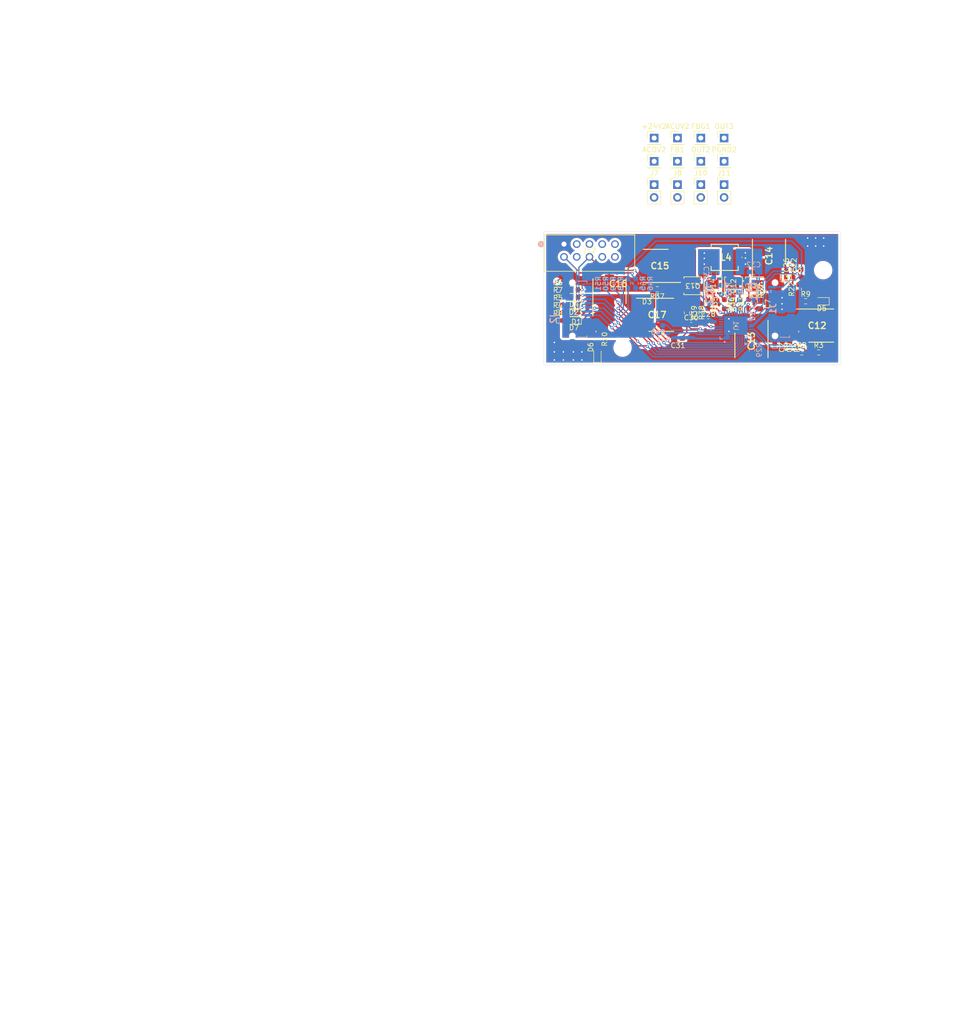
<source format=kicad_pcb>
(kicad_pcb (version 20241229) (generator "pcbnew") (generator_version "9.0")
  (layers (0 "F.Cu" signal) (2 "B.Cu" signal) (13 "F.Paste" user) (15 "B.Paste" user) (5 "F.SilkS" user "F.Silkscreen") (7 "B.SilkS" user "B.Silkscreen") (1 "F.Mask" user) (3 "B.Mask" user) (25 "Edge.Cuts" user))
  (net 0 "")
  (net 1 "+24V")
  (net 2 "/ACOV")
  (net 3 "/ACUV")
  (net 4 "/Converter/BUCK_IN")
  (net 5 "PGND")
  (net 6 "/ACN")
  (net 7 "/ACP")
  (net 8 "Net-(U1-REGN)")
  (net 9 "/DRV_SUP")
  (net 10 "/Converter/BOOST_OUT")
  (net 11 "/Converter/BUCK_HIGH")
  (net 12 "/SRP")
  (net 13 "OUT")
  (net 14 "/SRN")
  (net 15 "/BTST1")
  (net 16 "/SW1")
  (net 17 "/BTST2")
  (net 18 "/SW2")
  (net 19 "Net-(D1-A)")
  (net 20 "/STAT1")
  (net 21 "/STAT2")
  (net 22 "Net-(D2-A)")
  (net 23 "/*PG")
  (net 24 "Net-(D3-A)")
  (net 25 "Net-(D4-A)")
  (net 26 "/*CE")
  (net 27 "Net-(D5-A)")
  (net 28 "Net-(D6-A)")
  (net 29 "/*INT")
  (net 30 "Net-(D7-A)")
  (net 31 "Net-(D11-A)")
  (net 32 "/FB")
  (net 33 "/FBG")
  (net 34 "+3V3")
  (net 35 "/SCL")
  (net 36 "/SDA")
  (net 37 "/HIDRV1")
  (net 38 "/HIDRV2")
  (net 39 "/LODRV1")
  (net 40 "/LODRV2")
  (net 45 "REGN")
  (net 46 "/Converter/BUCK_LOW")
  (net 47 "/Converter/BOOST_HIGH")
  (net 48 "/Converter/BOOST_LOW")
  (net 50 "Net-(U1-FSW_SYNC)")
  (footprint "Resistor_SMD:R_0603_1608Metric_Pad0.98x0.95mm_HandSolder" (layer "F.Cu") (at 73.9625 86.2)
    (property "Reference" "R31")
    (property "Value" "10")
  )
  (footprint "Components:CAPAE660X550N" (layer "F.Cu") (at 70.5 80.45 90)
    (property "Reference" "C14")
    (property "Value" "56uF" (hide yes))
  )
  (footprint "Capacitor_SMD:C_0603_1608Metric_Pad1.08x0.95mm_HandSolder" (layer "F.Cu") (at 71.65 98.7375 -90)
    (property "Reference" "C2")
    (property "Value" "1uF")
  )
  (footprint "Components:MOSFET_3DN-T1-GE3_VIS" (layer "F.Cu") (at 67.635001 86.425021)
    (property "Reference" "Q11")
    (property "Value" "NMOS")
  )
  (footprint "Resistor_SMD:R_0603_1608Metric_Pad0.98x0.95mm_HandSolder" (layer "F.Cu") (at 80.4 99.7)
    (property "Reference" "R3")
    (property "Value" "42.2k")
  )
  (footprint "Components:MOSFET_3DN-T1-GE3_VIS" (layer "F.Cu") (at 59.325021 86.447701 90)
    (property "Reference" "Q14")
    (property "Value" "NMOS")
  )
  (footprint "Capacitor_SMD:C_0603_1608Metric_Pad1.08x0.95mm_HandSolder" (layer "F.Cu") (at 52.35 96.9 180)
    (property "Reference" "C31")
    (property "Value" "100nF")
  )
  (footprint "Components:CAPAE660X550N" (layer "F.Cu") (at 48.2 92.2)
    (property "Reference" "C17")
    (property "Value" "56uF" (hide yes))
  )
  (footprint "Resistor_SMD:R_0603_1608Metric_Pad0.98x0.95mm_HandSolder" (layer "F.Cu") (at 77.8125 89.5)
    (property "Reference" "R9")
    (property "Value" "1k")
  )
  (footprint "Connector_PinHeader_2.54mm:PinHeader_1x01_P2.54mm_Vertical" (layer "F.Cu") (at 61.55 56.96)
    (property "Reference" "OUT3")
    (property "Value" "TestPoint")
  )
  (footprint "Components:CAPAE660X550N" (layer "F.Cu") (at 67 97.45 -90)
    (property "Reference" "C13")
    (property "Value" "56uF" (hide yes))
  )
  (footprint "Connector_PinHeader_2.54mm:PinHeader_1x02_P2.54mm_Vertical" (layer "F.Cu") (at 56.9 66.26)
    (property "Reference" "J10")
    (property "Value" "Conn_01x02_Pin")
  )
  (footprint "Connector_PinHeader_2.54mm:PinHeader_1x01_P2.54mm_Vertical" (layer "F.Cu") (at 47.6 56.96)
    (property "Reference" "+24V2")
    (property "Value" "TestPoint")
  )
  (footprint "Resistor_SMD:R_0603_1608Metric_Pad0.98x0.95mm_HandSolder" (layer "F.Cu") (at 55.65 91.7875 -90)
    (property "Reference" "R38")
    (property "Value" "10")
  )
  (footprint "Components:CAPAE660X550N" (layer "F.Cu") (at 38.7 88.3 90)
    (property "Reference" "C16")
    (property "Value" "56uF" (hide yes))
  )
  (footprint "Resistor_SMD:R_0603_1608Metric_Pad0.98x0.95mm_HandSolder" (layer "F.Cu") (at 28.4 91.75)
    (property "Reference" "R4")
    (property "Value" "1k")
  )
  (footprint "Resistor_SMD:R_0603_1608Metric_Pad0.98x0.95mm_HandSolder" (layer "F.Cu") (at 64.7 90.0875 90)
    (property "Reference" "R34")
    (property "Value" "0")
  )
  (footprint "Diode_SMD:D_0603_1608Metric" (layer "F.Cu") (at 81.0125 89.5 180)
    (property "Reference" "D5")
    (property "Value" "LED")
  )
  (footprint "Diode_SMD:D_0603_1608Metric" (layer "F.Cu") (at 31.5625 90.25 180)
    (property "Reference" "D2")
    (property "Value" "LED")
  )
  (footprint "Connector_PinHeader_2.54mm:PinHeader_1x01_P2.54mm_Vertical" (layer "F.Cu") (at 52.25 61.61)
    (property "Reference" "FB1")
    (property "Value" "TestPoint")
  )
  (footprint "MountingHole:MountingHole_3.2mm_M3" (layer "F.Cu") (at 41.307 98.74)
    (property "Reference" "H1" (hide yes))
    (property "Value" "MountingHole")
  )
  (footprint "Capacitor_SMD:C_0603_1608Metric_Pad1.08x0.95mm_HandSolder" (layer "F.Cu") (at 58.3875 93.5)
    (property "Reference" "C28")
    (property "Value" "100nF")
  )
  (footprint "Resistor_SMD:R_0603_1608Metric_Pad0.98x0.95mm_HandSolder" (layer "F.Cu") (at 54.15 91.8 -90)
    (property "Reference" "R39")
    (property "Value" "10")
  )
  (footprint "UTSVT_Connectors:CONN_SFH11-xxxC-D05-ST-XX_SUL" (layer "F.Cu") (at 29.63 78.11)
    (property "Reference" "J12")
    (property "Value" "SFH11-PBPC-D05-ST-BK")
  )
  (footprint "MountingHole:MountingHole_3.2mm_M3" (layer "F.Cu") (at 81.3 83.3)
    (property "Reference" "H3" (hide yes))
    (property "Value" "MountingHole")
  )
  (footprint "Capacitor_SMD:C_0603_1608Metric_Pad1.08x0.95mm_HandSolder" (layer "F.Cu") (at 76.1 84.7)
    (property "Reference" "C3")
    (property "Value" "470nF")
  )
  (footprint "Resistor_SMD:R_0603_1608Metric_Pad0.98x0.95mm_HandSolder" (layer "F.Cu") (at 66.45 90.05 90)
    (property "Reference" "R33")
    (property "Value" "0")
  )
  (footprint "Capacitor_SMD:C_0805_2012Metric" (layer "F.Cu") (at 68.6 90.05 -90)
    (property "Reference" "C7")
    (property "Value" "4.7uF")
  )
  (footprint "Resistor_SMD:R_0603_1608Metric_Pad0.98x0.95mm_HandSolder" (layer "F.Cu") (at 61.6 90.0875 -90)
    (property "Reference" "R36")
    (property "Value" "0")
  )
  (footprint "Capacitor_SMD:C_0603_1608Metric_Pad1.08x0.95mm_HandSolder" (layer "F.Cu") (at 54.9875 94.2)
    (property "Reference" "C30")
    (property "Value" "470nF")
  )
  (footprint "Connector_PinHeader_2.54mm:PinHeader_1x02_P2.54mm_Vertical" (layer "F.Cu") (at 47.6 66.26)
    (property "Reference" "J7")
    (property "Value" "Conn_01x02_Pin")
  )
  (footprint "Resistor_SMD:R_0603_1608Metric_Pad0.98x0.95mm_HandSolder" (layer "F.Cu") (at 77.0375 99.7)
    (property "Reference" "R2")
    (property "Value" "16k")
  )
  (footprint "Resistor_SMD:R_0603_1608Metric_Pad0.98x0.95mm_HandSolder" (layer "F.Cu") (at 28.4125 87.2)
    (property "Reference" "R6")
    (property "Value" "1k")
  )
  (footprint "Connector_PinHeader_2.54mm:PinHeader_1x02_P2.54mm_Vertical" (layer "F.Cu") (at 61.55 66.26)
    (property "Reference" "J11")
    (property "Value" "Conn_01x02_Pin")
  )
  (footprint "Connector_PinHeader_2.54mm:PinHeader_1x01_P2.54mm_Vertical" (layer "F.Cu") (at 61.55 61.61)
    (property "Reference" "PGND2")
    (property "Value" "TestPoint")
  )
  (footprint "Capacitor_SMD:C_0603_1608Metric_Pad1.08x0.95mm_HandSolder" (layer "F.Cu") (at 76.9 82.3 90)
    (property "Reference" "C22")
    (property "Value" "100nF")
  )
  (footprint "Connector_PinHeader_2.54mm:PinHeader_1x02_P2.54mm_Vertical" (layer "F.Cu") (at 52.25 66.26)
    (property "Reference" "J8")
    (property "Value" "Conn_01x02_Pin")
  )
  (footprint "Diode_SMD:D_0603_1608Metric" (layer "F.Cu") (at 31.6375 88.7 180)
    (property "Reference" "D4")
    (property "Value" "LED")
  )
  (footprint "Connector_PinHeader_2.54mm:PinHeader_1x01_P2.54mm_Vertical" (layer "F.Cu") (at 56.9 56.96)
    (property "Reference" "FBG1")
    (property "Value" "TestPoint")
  )
  (footprint "Connector_PinHeader_2.54mm:PinHeader_1x01_P2.54mm_Vertical" (layer "F.Cu") (at 47.6 61.61)
    (property "Reference" "ACOV2")
    (property "Value" "TestPoint")
  )
  (footprint "Components:CAPAE660X550N" (layer "F.Cu") (at 48.75 82.45 180)
    (property "Reference" "C15")
    (property "Value" "56uF" (hide yes))
  )
  (footprint "Capacitor_SMD:C_0603_1608Metric_Pad1.08x0.95mm_HandSolder" (layer "F.Cu") (at 75.4 82.3 90)
    (property "Reference" "C26")
    (property "Value" "100nF")
  )
  (footprint "Resistor_SMD:R_0603_1608Metric_Pad0.98x0.95mm_HandSolder" (layer "F.Cu") (at 28.4125 88.7)
    (property "Reference" "R7")
    (property "Value" "1k")
  )
  (footprint "Components:MOSFET_3DN-T1-GE3_VIS" (layer "F.Cu") (at 55.3 86.4 180)
    (property "Reference" "Q13")
    (property "Value" "NMOS")
  )
  (footprint "Resistor_SMD:R_0603_1608Metric_Pad0.98x0.95mm_HandSolder" (layer "F.Cu") (at 74.65 98.75 -90)
    (property "Reference" "R1")
    (property "Value" "1000k")
  )
  (footprint "Resistor_SMD:R_0603_1608Metric_Pad0.98x0.95mm_HandSolder" (layer "F.Cu") (at 48.2375 87.1 180)
    (property "Reference" "R37")
    (property "Value" "5m")
  )
  (footprint "Resistor_SMD:R_0603_1608Metric_Pad0.98x0.95mm_HandSolder" (layer "F.Cu") (at 28.4125 90.25)
    (property "Reference" "R5")
    (property "Value" "1k")
  )
  (footprint "Resistor_SMD:R_0603_1608Metric_Pad0.98x0.95mm_HandSolder" (layer "F.Cu") (at 28.4125 93.35)
    (property "Reference" "R8")
    (property "Value" "1k")
  )
  (footprint "Diode_SMD:D_0603_1608Metric" (layer "F.Cu") (at 31.6125 93.35 180)
    (property "Reference" "D7")
    (property "Value" "LED")
  )
  (footprint "Diode_SMD:D_0603_1608Metric" (layer "F.Cu") (at 31.6125 87.2 180)
    (property "Reference" "D3")
    (property "Value" "LED")
  )
  (footprint "Components:CAPAE660X550N" (layer "F.Cu") (at 80.1 94.35)
    (property "Reference" "C12")
    (property "Value" "56uF" (hide yes))
  )
  (footprint "Connector_PinHeader_2.54mm:PinHeader_1x01_P2.54mm_Vertical" (layer "F.Cu") (at 52.25 56.96)
    (property "Reference" "ACUV2")
    (property "Value" "TestPoint")
  )
  (footprint "Connector_PinHeader_2.54mm:PinHeader_1x01_P2.54mm_Vertical" (layer "F.Cu") (at 56.9 61.61)
    (property "Reference" "OUT2")
    (property "Value" "TestPoint")
  )
  (footprint "Resistor_SMD:R_0603_1608Metric_Pad0.98x0.95mm_HandSolder" (layer "F.Cu") (at 70.35 87.5 90)
    (property "Reference" "R32")
    (property "Value" "2m")
  )
  (footprint "Resistor_SMD:R_0603_1608Metric_Pad0.98x0.95mm_HandSolder" (layer "F.Cu") (at 36.3 97.05 -90)
    (property "Reference" "R10")
    (property "Value" "1k")
  )
  (footprint "Capacitor_SMD:C_0603_1608Metric_Pad1.08x0.95mm_HandSolder" (layer "F.Cu") (at 73.15 98.7375 -90)
    (property "Reference" "C9")
    (property "Value" "100nF")
  )
  (footprint "Resistor_SMD:R_0603_1608Metric_Pad0.98x0.95mm_HandSolder" (layer "F.Cu") (at 76.45 87.1 90)
    (property "Reference" "R22")
    (property "Value" "10")
  )
  (footprint "Components:HCM1A0503V22R2R" (layer "F.Cu") (at 61.662 80.750315)
    (property "Reference" "L4")
    (property "Value" "2.2uH" (hide yes))
  )
  (footprint "Components:MOSFET_3DN-T1-GE3_VIS" (layer "F.Cu") (at 63.425021 86.464999 90)
    (property "Reference" "Q12")
    (property "Value" "NMOS")
  )
  (footprint "Diode_SMD:D_0603_1608Metric" (layer "F.Cu") (at 36.3 100.225 90)
    (property "Reference" "D6")
    (property "Value" "LED")
  )
  (footprint "Diode_SMD:D_0603_1608Metric" (layer "F.Cu") (at 31.5625 91.75 180)
    (property "Reference" "D1")
    (property "Value" "LED")
  )
  (footprint "Resistor_SMD:R_0603_1608Metric_Pad0.98x0.95mm_HandSolder" (layer "F.Cu") (at 58.3 90 -90)
    (property "Reference" "R35")
    (property "Value" "0")
  )
  (footprint "Resistor_SMD:R_0603_1608Metric_Pad0.98x0.95mm_HandSolder" (layer "B.Cu") (at 39.4 85.9625 -90)
    (property "Reference" "R50")
    (property "Value" "10k")
  )
  (footprint "Capacitor_SMD:C_0805_2012Metric" (layer "B.Cu") (at 64.7 86.75 90)
    (property "Reference" "C8")
    (property "Value" "4.7uF")
  )
  (footprint "Resistor_SMD:R_0603_1608Metric_Pad0.98x0.95mm_HandSolder" (layer "B.Cu") (at 37.9 85.9625 -90)
    (property "Reference" "R51")
    (property "Value" "10k")
  )
  (footprint "Resistor_SMD:R_0603_1608Metric_Pad0.98x0.95mm_HandSolder" (layer "B.Cu") (at 63.6875 89.2 180)
    (property "Reference" "R30")
    (property "Value" "10")
  )
  (footprint "Resistor_SMD:R_0603_1608Metric_Pad0.98x0.95mm_HandSolder" (layer "B.Cu") (at 48.4 94.3)
    (property "Reference" "R40")
    (property "Value" "249k")
  )
  (footprint "Resistor_SMD:R_0603_1608Metric_Pad0.98x0.95mm_HandSolder" (layer "B.Cu") (at 49.4375 95.8)
    (property "Reference" "R41")
    (property "Value" "14.2K")
  )
  (footprint "Capacitor_SMD:C_0603_1608Metric_Pad1.08x0.95mm_HandSolder" (layer "B.Cu") (at 59.5 83.95 -90)
    (property "Reference" "C33")
    (property "Value" "100nF")
  )
  (footprint "Resistor_SMD:R_0603_1608Metric_Pad0.98x0.95mm_HandSolder" (layer "B.Cu") (at 43.9 85.9375 90)
    (property "Reference" "R45")
    (property "Value" "10k")
  )
  (footprint "Components:SOD3716X145N" (layer "B.Cu") (at 58.6 88.2 90)
    (property "Reference" "D12")
    (property "Value" "Schottky" (hide yes))
  )
  (footprint "Capacitor_SMD:C_0603_1608Metric_Pad1.08x0.95mm_HandSolder" (layer "B.Cu") (at 67.4375 83.65 180)
    (property "Reference" "C32")
    (property "Value" "100nF")
  )
  (footprint "Resistor_SMD:R_0603_1608Metric_Pad0.98x0.95mm_HandSolder" (layer "B.Cu") (at 40.9 85.9875 -90)
    (property "Reference" "R49")
    (property "Value" "10k")
  )
  (footprint "Components:VQFN36_RRV_TEX" (layer "B.Cu") (at 63.9 94.350315 90)
    (property "Reference" "U1")
    (property "Value" "BQ25756ERRVR")
  )
  (footprint "Resistor_SMD:R_0603_1608Metric_Pad0.98x0.95mm_HandSolder" (layer "B.Cu") (at 67.1 99.2125 90)
    (property "Reference" "R29")
    (property "Value" "133k")
  )
  (footprint "Resistor_SMD:R_0603_1608Metric_Pad0.98x0.95mm_HandSolder" (layer "B.Cu") (at 45.4 85.9375 90)
    (property "Reference" "R46")
    (property "Value" "10k")
  )
  (footprint "Capacitor_SMD:C_0805_2012Metric" (layer "B.Cu") (at 62.75 86.75 90)
    (property "Reference" "C10")
    (property "Value" "4.7uF")
  )
  (footprint "Resistor_SMD:R_0603_1608Metric_Pad0.98x0.95mm_HandSolder" (layer "B.Cu") (at 61 87.2 90)
    (property "Reference" "R42")
    (property "Value" "0")
  )
  (footprint "UTSVT_Connectors:524652470" (layer "B.Cu") (at 73 91.1 -90)
    (property "Reference" "J1")
    (property "Value" "SLIMSTACK" (hide yes))
  )
  (footprint "UTSVT_Connectors:524652470" (layer "B.Cu") (at 32.6 91.1 -90)
    (property "Reference" "J2")
    (property "Value" "SLIMSTACK" (hide yes))
  )
  (footprint "Resistor_SMD:R_0603_1608Metric_Pad0.98x0.95mm_HandSolder" (layer "B.Cu") (at 42.4 85.9375 -90)
    (property "Reference" "R48")
    (property "Value" "10k")
  )
  (footprint "Components:SOD3716X145N" (layer "B.Cu") (at 67.4 87.5 90)
    (property "Reference" "D11")
    (property "Value" "Schottky" (hide yes))
  )
  (gr_rect (start 25.6 75.6) (end 84.8 102.2) (stroke (width 0.05)) (fill no) (layer "Edge.Cuts"))
  (segment (start 70.35 88.4125) (end 70.35 88.2) (width 0.25) (layer "F.Cu") (net 1))
  (via (at 73.1 91.1) (size 0.6) (drill 0.3) (layers "F.Cu" "B.Cu") (net 1))
  (via (at 73.1 90) (size 0.6) (drill 0.3) (layers "F.Cu" "B.Cu") (net 1))
  (via (at 73.1 88.8) (size 0.6) (drill 0.3) (layers "F.Cu" "B.Cu") (net 1))
  (segment (start 71.1 90.7) (end 70.95 90.7) (width 0.5) (layer "B.Cu") (net 1))
  (segment (start 67.25 94.4) (end 66.85 94.4) (width 0.5) (layer "B.Cu") (net 1))
  (segment (start 70.95 90.7) (end 67.25 94.4) (width 0.5) (layer "B.Cu") (net 1))
  (segment (start 77.95 99.7) (end 77.95 99.425) (width 0.25) (layer "F.Cu") (net 2))
  (segment (start 77.95 99.7) (end 79.4875 99.7) (width 0.25) (layer "F.Cu") (net 2))
  (segment (start 77.95 99.425) (end 77.25 98.725) (width 0.25) (layer "F.Cu") (net 2))
  (via (at 77.25 98.725) (size 0.6) (drill 0.3) (layers "F.Cu" "B.Cu") (net 2))
  (segment (start 77.25 98.725) (end 70.475 98.725) (width 0.25) (layer "B.Cu") (net 2))
  (segment (start 67.35063 95.60063) (end 66.8464 95.60063) (width 0.25) (layer "B.Cu") (net 2))
  (segment (start 70.475 98.725) (end 67.35063 95.60063) (width 0.25) (layer "B.Cu") (net 2))
  (segment (start 75.7 98.1) (end 76.125 98.525) (width 0.25) (layer "F.Cu") (net 3))
  (segment (start 74.65 99.6625) (end 76.0875 99.6625) (width 0.25) (layer "F.Cu") (net 3))
  (segment (start 76.125 99.7) (end 76.125 99.825) (width 0.25) (layer "F.Cu") (net 3))
  (segment (start 76.125 98.525) (end 76.125 99.7) (width 0.25) (layer "F.Cu") (net 3))
  (via (at 75.7 98.1) (size 0.6) (drill 0.3) (layers "F.Cu" "B.Cu") (net 3))
  (segment (start 70.6 98.2) (end 67.500504 95.100504) (width 0.25) (layer "B.Cu") (net 3))
  (segment (start 75.7 98.1) (end 75.6 98.2) (width 0.25) (layer "B.Cu") (net 3))
  (segment (start 75.6 98.2) (end 70.6 98.2) (width 0.25) (layer "B.Cu") (net 3))
  (segment (start 67.500504 95.100504) (end 66.8464 95.100504) (width 0.25) (layer "B.Cu") (net 3))
  (segment (start 70.35 86.5875) (end 70.4875 86.5875) (width 0.25) (layer "F.Cu") (net 4))
  (via (at 33.2 99.6) (size 0.6) (drill 0.3) (layers "F.Cu" "B.Cu") (net 5))
  (via (at 62.5 95.5) (size 0.6) (drill 0.3) (layers "F.Cu" "B.Cu") (net 5))
  (via (at 79.8 76.9) (size 0.6) (drill 0.3) (layers "F.Cu" "B.Cu") (net 5))
  (via (at 79.8 78.5) (size 0.6) (drill 0.3) (layers "F.Cu" "B.Cu") (net 5))
  (via (at 29.5 101.2) (size 0.6) (drill 0.3) (layers "F.Cu" "B.Cu") (net 5))
  (via (at 78.2 76.9) (size 0.6) (drill 0.3) (layers "F.Cu" "B.Cu") (net 5))
  (via (at 63.9 94.350315) (size 0.6) (drill 0.3) (layers "F.Cu" "B.Cu") (net 5))
  (via (at 81.4 78.5) (size 0.6) (drill 0.3) (layers "F.Cu" "B.Cu") (net 5))
  (via (at 27.7 101.2) (size 0.6) (drill 0.3) (layers "F.Cu" "B.Cu") (net 5))
  (via (at 27.7 99.6) (size 0.6) (drill 0.3) (layers "F.Cu" "B.Cu") (net 5))
  (via (at 78.2 78.5) (size 0.6) (drill 0.3) (layers "F.Cu" "B.Cu") (net 5))
  (via (at 31.5 101.2) (size 0.6) (drill 0.3) (layers "F.Cu" "B.Cu") (net 5))
  (via (at 33.2 101.2) (size 0.6) (drill 0.3) (layers "F.Cu" "B.Cu") (net 5))
  (via (at 29.5 99.6) (size 0.6) (drill 0.3) (layers "F.Cu" "B.Cu") (net 5))
  (via (at 81.4 76.9) (size 0.6) (drill 0.3) (layers "F.Cu" "B.Cu") (net 5))
  (via (at 27.7 97.7) (size 0.6) (drill 0.3) (layers "F.Cu" "B.Cu") (net 5))
  (via (at 62.5 93) (size 0.6) (drill 0.3) (layers "F.Cu" "B.Cu") (net 5))
  (via (at 31.5 99.6) (size 0.6) (drill 0.3) (layers "F.Cu" "B.Cu") (net 5))
  (segment (start 75.2375 84.7) (end 75.2375 85.8375) (width 0.25) (layer "F.Cu") (net 6))
  (segment (start 75.2375 85.8375) (end 74.875 86.2) (width 0.25) (layer "F.Cu") (net 6))
  (segment (start 74.7227 82.330619) (end 74.7227 82.4852) (width 0.25) (layer "F.Cu") (net 6))
  (segment (start 75.2375 84.7) (end 75.2375 83.325) (width 0.25) (layer "F.Cu") (net 6))
  (segment (start 75.175 83.3875) (end 75.4 83.1625) (width 0.25) (layer "F.Cu") (net 6))
  (segment (start 75.2375 83.325) (end 75.4 83.1625) (width 0.25) (layer "F.Cu") (net 6))
  (segment (start 74.7227 82.4852) (end 75.4 83.1625) (width 0.25) (layer "F.Cu") (net 6))
  (via (at 74.7227 82.330619) (size 0.6) (drill 0.3) (layers "F.Cu" "B.Cu") (net 6))
  (segment (start 69.35 85.9) (end 69.35 85.75) (width 0.25) (layer "B.Cu") (net 6))
  (segment (start 73.553319 83.5) (end 71.389704 83.5) (width 0.25) (layer "B.Cu") (net 6))
  (segment (start 66.8464 92.599874) (end 69.35 90.096274) (width 0.25) (layer "B.Cu") (net 6))
  (segment (start 71.389704 83.5) (end 69.35 85.539704) (width 0.25) (layer "B.Cu") (net 6))
  (segment (start 69.35 85.539704) (end 69.35 85.9) (width 0.25) (layer "B.Cu") (net 6))
  (segment (start 69.35 90.096274) (end 69.35 85.9) (width 0.25) (layer "B.Cu") (net 6))
  (segment (start 74.7227 82.330619) (end 73.553319 83.5) (width 0.25) (layer "B.Cu") (net 6))
  (segment (start 69.35 85.7) (end 69.35 85.75) (width 0.25) (layer "B.Cu") (net 6))
  (segment (start 76.9 83.0625) (end 76.9 83.2625) (width 0.25) (layer "F.Cu") (net 7))
  (segment (start 76.9625 85.675) (end 76.45 86.1875) (width 0.25) (layer "F.Cu") (net 7))
  (segment (start 76.128499 84.019527) (end 76.128499 84.078499) (width 0.25) (layer "F.Cu") (net 7))
  (segment (start 76.282027 84.019527) (end 76.9625 84.7) (width 0.25) (layer "F.Cu") (net 7))
  (segment (start 76.9625 83.225) (end 76.9 83.1625) (width 0.25) (layer "F.Cu") (net 7))
  (segment (start 76.9625 84.7) (end 76.9625 85.675) (width 0.25) (layer "F.Cu") (net 7))
  (segment (start 76.128499 84.019527) (end 76.282027 84.019527) (width 0.25) (layer "F.Cu") (net 7))
  (segment (start 76.9625 84.7) (end 76.9625 83.225) (width 0.25) (layer "F.Cu") (net 7))
  (via (at 76.128499 84.019527) (size 0.6) (drill 0.3) (layers "F.Cu" "B.Cu") (net 7))
  (segment (start 76.128499 84.019527) (end 71.755475 84.019527) (width 0.25) (layer "B.Cu") (net 7))
  (segment (start 67.5788 93.0212) (end 69.85 90.75) (width 0.25) (layer "B.Cu") (net 7))
  (segment (start 66.8464 93.1) (end 67.25 93.1) (width 0.25) (layer "B.Cu") (net 7))
  (segment (start 71.755475 84.019527) (end 69.85 85.925002) (width 0.25) (layer "B.Cu") (net 7))
  (segment (start 67.5788 93.052874) (end 67.5788 93.0212) (width 0.25) (layer "B.Cu") (net 7))
  (segment (start 69.85 85.925002) (end 69.85 86.5) (width 0.25) (layer "B.Cu") (net 7))
  (segment (start 67.297126 93.052874) (end 67.5788 93.052874) (width 0.25) (layer "B.Cu") (net 7))
  (segment (start 69.85 90.75) (end 69.85 86.5) (width 0.25) (layer "B.Cu") (net 7))
  (segment (start 67.25 93.1) (end 67.297126 93.052874) (width 0.25) (layer "B.Cu") (net 7))
  (segment (start 69.85 86.5) (end 69.85 86.273) (width 0.25) (layer "B.Cu") (net 7))
  (segment (start 64.150063 90.800063) (end 63.75 90.4) (width 0.25) (layer "B.Cu") (net 8))
  (segment (start 64.6 89.2) (end 64.6 87.8) (width 0.25) (layer "B.Cu") (net 8))
  (segment (start 64.3125 88.0875) (end 64.7 87.7) (width 0.25) (layer "B.Cu") (net 8))
  (segment (start 64.150063 91.899215) (end 64.150063 90.800063) (width 0.25) (layer "B.Cu") (net 8))
  (segment (start 63.75 90.4) (end 63.75 90.05) (width 0.25) (layer "B.Cu") (net 8))
  (segment (start 63.75 90.05) (end 64.6 89.2) (width 0.25) (layer "B.Cu") (net 8))
  (segment (start 64.6 87.8) (end 64.7 87.7) (width 0.25) (layer "B.Cu") (net 8))
  (segment (start 62.4875 87.9625) (end 62.75 87.7) (width 0.25) (layer "B.Cu") (net 9))
  (segment (start 62.775 89.2) (end 62.775 87.725) (width 0.25) (layer "B.Cu") (net 9))
  (segment (start 61 88.1125) (end 61.6875 88.1125) (width 0.25) (layer "B.Cu") (net 9))
  (segment (start 61.6875 88.1125) (end 62.775 89.2) (width 0.25) (layer "B.Cu") (net 9))
  (segment (start 63.649937 90.937747) (end 62.775 90.06281) (width 0.25) (layer "B.Cu") (net 9))
  (segment (start 62.775 90.06281) (end 62.775 89.2) (width 0.25) (layer "B.Cu") (net 9))
  (segment (start 62.775 87.725) (end 62.75 87.7) (width 0.25) (layer "B.Cu") (net 9))
  (segment (start 63.649937 91.899215) (end 63.649937 90.937747) (width 0.25) (layer "B.Cu") (net 9))
  (segment (start 49.9 88.45) (end 53.45 88.45) (width 0.25) (layer "F.Cu") (net 10))
  (segment (start 49.15 87.7) (end 49.9 88.45) (width 0.25) (layer "F.Cu") (net 10))
  (segment (start 49.15 87.1) (end 49.15 87.7) (width 0.25) (layer "F.Cu") (net 10))
  (segment (start 53.45 88.45) (end 55.65 90.65) (width 0.25) (layer "F.Cu") (net 10))
  (segment (start 55.65 90.65) (end 55.65 90.875) (width 0.25) (layer "F.Cu") (net 10))
  (segment (start 66.45 87.65) (end 66.2 87.4) (width 0.25) (layer "F.Cu") (net 11))
  (segment (start 66.45 89.1375) (end 66.45 87.65) (width 0.25) (layer "F.Cu") (net 11))
  (segment (start 55.65 92.7) (end 55.65 94) (width 0.25) (layer "F.Cu") (net 12))
  (segment (start 56.825 94.2) (end 57.525 93.5) (width 0.25) (layer "F.Cu") (net 12))
  (segment (start 55.85 94.2) (end 56.825 94.2) (width 0.25) (layer "F.Cu") (net 12))
  (segment (start 55.65 94) (end 55.85 94.2) (width 0.25) (layer "F.Cu") (net 12))
  (segment (start 58.532244 94.567756) (end 58.164488 94.2) (width 0.25) (layer "F.Cu") (net 12))
  (segment (start 58.164488 94.2) (end 55.85 94.2) (width 0.25) (layer "F.Cu") (net 12))
  (segment (start 58.917624 94.567756) (end 58.532244 94.567756) (width 0.25) (layer "F.Cu") (net 12))
  (via (at 58.917624 94.567756) (size 0.6) (drill 0.3) (layers "F.Cu" "B.Cu") (net 12))
  (segment (start 58.917624 94.567756) (end 60.167 94.567756) (width 0.25) (layer "B.Cu") (net 12))
  (segment (start 60.167 94.567756) (end 60.199622 94.600378) (width 0.25) (layer "B.Cu") (net 12))
  (segment (start 60.199622 94.600378) (end 60.9536 94.600378) (width 0.25) (layer "B.Cu") (net 12))
  (segment (start 47.325 87.1) (end 47.325 90.525) (width 1) (layer "F.Cu") (net 13))
  (segment (start 54.15 89.78781) (end 54.15 90.8875) (width 0.25) (layer "F.Cu") (net 13))
  (segment (start 47.85901 87.1) (end 47.325 87.1) (width 0.25) (layer "F.Cu") (net 13))
  (segment (start 47.325 87.1) (end 47.32868 87.1) (width 1) (layer "F.Cu") (net 13))
  (segment (start 48.3365 87.57749) (end 49.65901 88.9) (width 0.25) (layer "F.Cu") (net 13))
  (segment (start 48.3365 87.57749) (end 47.85901 87.1) (width 0.25) (layer "F.Cu") (net 13))
  (segment (start 47.325 90.525) (end 45.65 92.2) (width 1) (layer "F.Cu") (net 13))
  (segment (start 53.26219 88.9) (end 54.15 89.78781) (width 0.25) (layer "F.Cu") (net 13))
  (segment (start 49.65901 88.9) (end 53.26219 88.9) (width 0.25) (layer "F.Cu") (net 13))
  (segment (start 54.1 94.225) (end 54.125 94.2) (width 0.25) (layer "F.Cu") (net 14))
  (segment (start 54.125 94.2) (end 54.125 95.7125) (width 0.25) (layer "F.Cu") (net 14))
  (segment (start 53.2125 96.625) (end 54.125 95.7125) (width 0.25) (layer "F.Cu") (net 14))
  (segment (start 56.799 95.001) (end 56.8 95) (width 0.25) (layer "F.Cu") (net 14))
  (segment (start 54.15 92.7125) (end 54.15 94.175) (width 0.25) (layer "F.Cu") (net 14))
  (segment (start 54.926 95.001) (end 56.799 95.001) (width 0.25) (layer "F.Cu") (net 14))
  (segment (start 54.125 94.2) (end 54.926 95.001) (width 0.25) (layer "F.Cu") (net 14))
  (segment (start 54.125 94.2) (end 54.125 94.525) (width 0.25) (layer "F.Cu") (net 14))
  (segment (start 53.2125 96.9) (end 53.2125 96.625) (width 0.25) (layer "F.Cu") (net 14))
  (segment (start 54.15 94.175) (end 54.125 94.2) (width 0.25) (layer "F.Cu") (net 14))
  (via (at 56.8 95) (size 0.6) (drill 0.3) (layers "F.Cu" "B.Cu") (net 14))
  (segment (start 56.8 95) (end 56.993756 95.193756) (width 0.25) (layer "B.Cu") (net 14))
  (segment (start 56.993756 95.193756) (end 60.175074 95.193756) (width 0.25) (layer "B.Cu") (net 14))
  (segment (start 60.268326 95.100504) (end 60.9536 95.100504) (width 0.25) (layer "B.Cu") (net 14))
  (segment (start 60.175074 95.193756) (end 60.268326 95.100504) (width 0.25) (layer "B.Cu") (net 14))
  (segment (start 65.7 89.7) (end 66.2 89.2) (width 0.25) (layer "B.Cu") (net 15))
  (segment (start 67.4 89.2) (end 68.101 88.499) (width 0.25) (layer "B.Cu") (net 15))
  (segment (start 68.101 88.499) (end 68.101 84.874) (width 0.25) (layer "B.Cu") (net 15))
  (segment (start 66.95901 83.65) (end 66.575 83.65) (width 0.25) (layer "B.Cu") (net 15))
  (segment (start 65.150315 90.547483) (end 65.7 89.997798) (width 0.25) (layer "B.Cu") (net 15))
  (segment (start 66.2 89.2) (end 67.4 89.2) (width 0.25) (layer "B.Cu") (net 15))
  (segment (start 68.101 84.874) (end 66.877 83.65) (width 0.25) (layer "B.Cu") (net 15))
  (segment (start 66.877 83.65) (end 66.575 83.65) (width 0.25) (layer "B.Cu") (net 15))
  (segment (start 65.7 89.997798) (end 65.7 89.7) (width 0.25) (layer "B.Cu") (net 15))
  (segment (start 65.150315 91.899215) (end 65.150315 90.547483) (width 0.25) (layer "B.Cu") (net 15))
  (via (at 65.8 82.1) (size 0.6) (drill 0.3) (layers "F.Cu" "B.Cu") (net 16))
  (via (at 65.8 79.85) (size 0.6) (drill 0.3) (layers "F.Cu" "B.Cu") (net 16))
  (via (at 65.8 80.9) (size 0.6) (drill 0.3) (layers "F.Cu" "B.Cu") (net 16))
  (segment (start 68.552 83.902) (end 68.552 89.497782) (width 0.25) (layer "B.Cu") (net 16))
  (segment (start 68.552 89.497782) (end 66.150567 91.899215) (width 0.25) (layer "B.Cu") (net 16))
  (segment (start 68.3 83.65) (end 68.552 83.902) (width 0.25) (layer "B.Cu") (net 16))
  (segment (start 60.835618 89.9) (end 58.6 89.9) (width 0.25) (layer "B.Cu") (net 17))
  (segment (start 57.899 89.199) (end 57.899 85.574) (width 0.25) (layer "B.Cu") (net 17))
  (segment (start 62.149559 91.899215) (end 62.149559 91.213941) (width 0.25) (layer "B.Cu") (net 17))
  (segment (start 57.899 85.574) (end 58.6605 84.8125) (width 0.25) (layer "B.Cu") (net 17))
  (segment (start 58.6 89.9) (end 57.899 89.199) (width 0.25) (layer "B.Cu") (net 17))
  (segment (start 58.6605 84.8125) (end 59.5 84.8125) (width 0.25) (layer "B.Cu") (net 17))
  (segment (start 62.149559 91.213941) (end 60.835618 89.9) (width 0.25) (layer "B.Cu") (net 17))
  (via (at 57.6 82.1) (size 0.6) (drill 0.3) (layers "F.Cu" "B.Cu") (net 18))
  (via (at 57.6 80.95) (size 0.6) (drill 0.3) (layers "F.Cu" "B.Cu") (net 18))
  (via (at 57.6 79.9) (size 0.6) (drill 0.3) (layers "F.Cu" "B.Cu") (net 18))
  (segment (start 59.672874 92.599874) (end 60.9536 92.599874) (width 0.25) (layer "B.Cu") (net 18))
  (segment (start 57.448 90.375) (end 59.672874 92.599874) (width 0.25) (layer "B.Cu") (net 18))
  (segment (start 59.5 83.0875) (end 57.448 85.1395) (width 0.25) (layer "B.Cu") (net 18))
  (segment (start 57.5 83.6125) (end 57.4375 83.55) (width 0.25) (layer "B.Cu") (net 18))
  (segment (start 57.448 85.1395) (end 57.448 90.375) (width 0.25) (layer "B.Cu") (net 18))
  (segment (start 42.466115 94.85) (end 40.435541 92.819426) (width 0.25) (layer "F.Cu") (net 20))
  (segment (start 32.35 91.65) (end 33.25 90.75) (width 0.25) (layer "F.Cu") (net 20))
  (segment (start 32.35 91.75) (end 32.35 91.65) (width 0.25) (layer "F.Cu") (net 20))
  (segment (start 44.45 94.85) (end 42.466115 94.85) (width 0.25) (layer "F.Cu") (net 20))
  (segment (start 47.45 97.85) (end 44.45 94.85) (width 0.25) (layer "F.Cu") (net 20))
  (via (at 40.435541 92.819426) (size 0.6) (drill 0.3) (layers "F.Cu" "B.Cu") (net 20))
  (via (at 33.25 90.75) (size 0.6) (drill 0.3) (layers "F.Cu" "B.Cu") (net 20))
  (via (at 47.45 97.85) (size 0.6) (drill 0.3) (layers "F.Cu" "B.Cu") (net 20))
  (segment (start 33.25 90.273) (end 33.424 90.099) (width 0.25) (layer "B.Cu") (net 20))
  (segment (start 64.650189 96.801415) (end 64.650189 97.899741) (width 0.25) (layer "B.Cu") (net 20))
  (segment (start 33.25 90.75) (end 33.25 90.273) (width 0.25) (layer "B.Cu") (net 20))
  (segment (start 42.4 91.1) (end 42.4 86.85) (width 0.25) (layer "B.Cu") (net 20))
  (segment (start 34.301 90.099) (end 34.5 89.9) (width 0.25) (layer "B.Cu") (net 20))
  (segment (start 64.650189 97.899741) (end 63.39993 99.15) (width 0.25) (layer "B.Cu") (net 20))
  (segment (start 37.516115 89.9) (end 40.435541 92.819426) (width 0.25) (layer "B.Cu") (net 20))
  (segment (start 40.680574 92.819426) (end 42.4 91.1) (width 0.25) (layer "B.Cu") (net 20))
  (segment (start 62.9 99.15) (end 61.6 99.15) (width 0.25) (layer "B.Cu") (net 20))
  (segment (start 34.5 89.9) (end 37.516115 89.9) (width 0.25) (layer "B.Cu") (net 20))
  (segment (start 48.75 99.15) (end 47.45 97.85) (width 0.25) (layer "B.Cu") (net 20))
  (segment (start 61.6 99.15) (end 48.75 99.15) (width 0.25) (layer "B.Cu") (net 20))
  (segment (start 33.424 90.099) (end 34.301 90.099) (width 0.25) (layer "B.Cu") (net 20))
  (segment (start 40.435541 92.819426) (end 40.680574 92.819426) (width 0.25) (layer "B.Cu") (net 20))
  (segment (start 63.39993 99.15) (end 62.9 99.15) (width 0.25) (layer "B.Cu") (net 20))
  (segment (start 33.15 89.45) (end 32.35 90.25) (width 0.25) (layer "F.Cu") (net 21))
  (segment (start 42.9 94.4) (end 40.45 91.95) (width 0.25) (layer "F.Cu") (net 21))
  (segment (start 45.1 94.4) (end 42.9 94.4) (width 0.25) (layer "F.Cu") (net 21))
  (segment (start 33.35 89.45) (end 33.15 89.45) (width 0.25) (layer "F.Cu") (net 21))
  (segment (start 48.525 97.825) (end 45.1 94.4) (width 0.25) (layer "F.Cu") (net 21))
  (via (at 48.525 97.825) (size 0.6) (drill 0.3) (layers "F.Cu" "B.Cu") (net 21))
  (via (at 33.35 89.45) (size 0.6) (drill 0.3) (layers "F.Cu" "B.Cu") (net 21))
  (via (at 40.45 91.95) (size 0.6) (drill 0.3) (layers "F.Cu" "B.Cu") (net 21))
  (segment (start 40.45 91.819182) (end 40.45 91.95) (width 0.25) (layer "B.Cu") (net 21))
  (segment (start 64.150063 96.801415) (end 64.150063 97.762057) (width 0.25) (layer "B.Cu") (net 21))
  (segment (start 63.52531 98.38681) (end 63.51212 98.4) (width 0.25) (layer "B.Cu") (net 21))
  (segment (start 63.26112 98.651) (end 62.8875 98.651) (width 0.25) (layer "B.Cu") (net 21))
  (segment (start 34.5 89.1) (end 33.7 89.1) (width 0.25) (layer "B.Cu") (net 21))
  (segment (start 48.525 97.825) (end 49.35 98.65) (width 0.25) (layer "B.Cu") (net 21))
  (segment (start 62.4 98.651) (end 62.249 98.651) (width 0.25) (layer "B.Cu") (net 21))
  (segment (start 37.730818 89.1) (end 40.45 91.819182) (width 0.25) (layer "B.Cu") (net 21))
  (segment (start 49.35 98.65) (end 61.45 98.65) (width 0.25) (layer "B.Cu") (net 21))
  (segment (start 41.477 87.477) (end 40.9 86.9) (width 0.25) (layer "B.Cu") (net 21))
  (segment (start 33.7 89.1) (end 33.35 89.45) (width 0.25) (layer "B.Cu") (net 21))
  (segment (start 64.150063 97.762057) (end 64.100937 97.811183) (width 0.25) (layer "B.Cu") (net 21))
  (segment (start 34.5 89.1) (end 37.730818 89.1) (width 0.25) (layer "B.Cu") (net 21))
  (segment (start 61.45 98.65) (end 61.451 98.651) (width 0.25) (layer "B.Cu") (net 21))
  (segment (start 63.836747 98.075373) (end 63.52531 98.38681) (width 0.25) (layer "B.Cu") (net 21))
  (segment (start 61.451 98.651) (end 62.4 98.651) (width 0.25) (layer "B.Cu") (net 21))
  (segment (start 62.8875 98.651) (end 62.4 98.651) (width 0.25) (layer "B.Cu") (net 21))
  (segment (start 64.100937 97.811183) (end 63.836747 98.075373) (width 0.25) (layer "B.Cu") (net 21))
  (segment (start 41.477 90.923) (end 41.477 87.477) (width 0.25) (layer "B.Cu") (net 21))
  (segment (start 40.45 91.95) (end 41.477 90.923) (width 0.25) (layer "B.Cu") (net 21))
  (segment (start 63.51212 98.4) (end 63.26112 98.651) (width 0.25) (layer "B.Cu") (net 21))
  (segment (start 45.7 93.95) (end 43.466116 93.95) (width 0.25) (layer "F.Cu") (net 23))
  (segment (start 49.553009 97.770539) (end 46.58247 94.8) (width 0.25) (layer "F.Cu") (net 23))
  (segment (start 32.4 87.2) (end 33.25 87.2) (width 0.25) (layer "F.Cu") (net 23))
  (segment (start 46.58247 94.8) (end 46.55 94.8) (width 0.25) (layer "F.Cu") (net 23))
  (segment (start 43.466116 93.95) (end 40.408058 90.891942) (width 0.25) (layer "F.Cu") (net 23))
  (segment (start 46.55 94.8) (end 45.7 93.95) (width 0.25) (layer "F.Cu") (net 23))
  (via (at 33.25 87.2) (size 0.6) (drill 0.3) (layers "F.Cu" "B.Cu") (net 23))
  (via (at 49.553009 97.770539) (size 0.6) (drill 0.3) (layers "F.Cu" "B.Cu") (net 23))
  (via (at 40.408058 90.891942) (size 0.6) (drill 0.3) (layers "F.Cu" "B.Cu") (net 23))
  (segment (start 63.649937 97.624373) (end 63.07431 98.2) (width 0.25) (layer "B.Cu") (net 23))
  (segment (start 33.25 87.2) (end 33.25 86.273) (width 0.25) (layer "B.Cu") (net 23))
  (segment (start 41.026 88.501) (end 39.4 86.875) (width 0.25) (layer "B.Cu") (net 23))
  (segment (start 33.4615 86.0615) (end 38.5865 86.0615) (width 0.25) (layer "B.Cu") (net 23))
  (segment (start 63.07431 98.2) (end 61.751 98.2) (width 0.25) (layer "B.Cu") (net 23))
  (segment (start 49.98247 98.2) (end 49.553009 97.770539) (width 0.25) (layer "B.Cu") (net 23))
  (segment (start 61.751 98.2) (end 49.98247 98.2) (width 0.25) (layer "B.Cu") (net 23))
  (segment (start 63.649937 96.801415) (end 63.649937 97.624373) (width 0.25) (layer "B.Cu") (net 23))
  (segment (start 41.026 90.274) (end 41.026 88.501) (width 0.25) (layer "B.Cu") (net 23))
  (segment (start 40.408058 90.891942) (end 41.026 90.274) (width 0.25) (layer "B.Cu") (net 23))
  (segment (start 38.5865 86.0615) (end 39.4 86.875) (width 0.25) (layer "B.Cu") (net 23))
  (segment (start 33.25 86.273) (end 33.4615 86.0615) (width 0.25) (layer "B.Cu") (net 23))
  (segment (start 29.325 87.2) (end 30.825 87.2) (width 0.25) (layer "F.Cu") (net 24))
  (segment (start 33.35 88.3) (end 32.825 88.3) (width 0.25) (layer "F.Cu") (net 26))
  (segment (start 46.35 93.45) (end 43.85 93.45) (width 0.25) (layer "F.Cu") (net 26))
  (segment (start 43.85 93.45) (end 40.4 90) (width 0.25) (layer "F.Cu") (net 26))
  (segment (start 40.4 90) (end 40.4 89.7) (width 0.25) (layer "F.Cu") (net 26))
  (segment (start 32.825 88.3) (end 32.425 88.7) (width 0.25) (layer "F.Cu") (net 26))
  (segment (start 50.2 97.3) (end 46.35 93.45) (width 0.25) (layer "F.Cu") (net 26))
  (via (at 50.2 97.3) (size 0.6) (drill 0.3) (layers "F.Cu" "B.Cu") (net 26))
  (via (at 33.35 88.3) (size 0.6) (drill 0.3) (layers "F.Cu" "B.Cu") (net 26))
  (via (at 40.4 89.7) (size 0.6) (drill 0.3) (layers "F.Cu" "B.Cu") (net 26))
  (segment (start 62.8865 97.75) (end 63.149811 97.486689) (width 0.25) (layer "B.Cu") (net 26))
  (segment (start 63.149811 97.486689) (end 63.149811 96.801415) (width 0.25) (layer "B.Cu") (net 26))
  (segment (start 38.10901 86.875) (end 37.9 86.875) (width 0.25) (layer "B.Cu") (net 26))
  (segment (start 50.65 97.75) (end 62.8865 97.75) (width 0.25) (layer "B.Cu") (net 26))
  (segment (start 39 88.3) (end 40.4 89.7) (width 0.25) (layer "B.Cu") (net 26))
  (segment (start 37.9 86.875) (end 37.9 87.2) (width 0.25) (layer "B.Cu") (net 26))
  (segment (start 37.9 87.2) (end 39 88.3) (width 0.25) (layer "B.Cu") (net 26))
  (segment (start 50.2 97.3) (end 50.65 97.75) (width 0.25) (layer "B.Cu") (net 26))
  (segment (start 33.35 88.3) (end 34.5 88.3) (width 0.25) (layer "B.Cu") (net 26))
  (segment (start 34.5 88.3) (end 39 88.3) (width 0.25) (layer "B.Cu") (net 26))
  (segment (start 80.225 89.5) (end 78.725 89.5) (width 0.25) (layer "F.Cu") (net 27))
  (segment (start 36.3 99.4375) (end 36.3 97.9625) (width 0.25) (layer "F.Cu") (net 28))
  (segment (start 32.4 93.35) (end 33.275 93.35) (width 0.25) (layer "F.Cu") (net 29))
  (segment (start 33.275 93.35) (end 35.75 90.875) (width 0.25) (layer "F.Cu") (net 29))
  (segment (start 42 95.35) (end 40.45 93.8) (width 0.25) (layer "F.Cu") (net 29))
  (segment (start 46.433058 97.716942) (end 44.066116 95.35) (width 0.25) (layer "F.Cu") (net 29))
  (segment (start 44.066116 95.35) (end 42 95.35) (width 0.25) (layer "F.Cu") (net 29))
  (via (at 46.433058 97.716942) (size 0.6) (drill 0.3) (layers "F.Cu" "B.Cu") (net 29))
  (via (at 35.75 90.875) (size 0.6) (drill 0.3) (layers "F.Cu" "B.Cu") (net 29))
  (via (at 40.45 93.8) (size 0.6) (drill 0.3) (layers "F.Cu" "B.Cu") (net 29))
  (segment (start 65.150315 98.037425) (end 63.66887 99.51887) (width 0.25) (layer "B.Cu") (net 29))
  (segment (start 40.45 93.75) (end 37.575 90.875) (width 0.25) (layer "B.Cu") (net 29))
  (segment (start 61.75 99.6) (end 48.316116 99.6) (width 0.25) (layer "B.Cu") (net 29))
  (segment (start 65.150315 96.801415) (end 65.150315 98.037425) (width 0.25) (layer "B.Cu") (net 29))
  (segment (start 48.316116 99.6) (end 46.433058 97.716942) (width 0.25) (layer "B.Cu") (net 29))
  (segment (start 63.66887 99.51887) (end 63.58774 99.6) (width 0.25) (layer "B.Cu") (net 29))
  (segment (start 35.75 90.875) (end 34.675 90.875) (width 0.25) (layer "B.Cu") (net 29))
  (segment (start 37.575 90.875) (end 35.75 90.875) (width 0.25) (layer "B.Cu") (net 29))
  (segment (start 63.58774 99.6) (end 61.75 99.6) (width 0.25) (layer "B.Cu") (net 29))
  (segment (start 34.675 90.875) (end 34.5 90.7) (width 0.25) (layer "B.Cu") (net 29))
  (segment (start 40.45 93.8) (end 40.45 93.75) (width 0.25) (layer "B.Cu") (net 29))
  (segment (start 29.325 93.35) (end 30.825 93.35) (width 0.25) (layer "F.Cu") (net 30))
  (segment (start 60.7875 86.5) (end 61 86.2875) (width 0.25) (layer "B.Cu") (net 31))
  (segment (start 58.6 86.5) (end 60.7875 86.5) (width 0.25) (layer "B.Cu") (net 31))
  (segment (start 66.326 86.874) (end 61.5865 86.874) (width 0.25) (layer "B.Cu") (net 31))
  (segment (start 61.5865 86.874) (end 61 86.2875) (width 0.25) (layer "B.Cu") (net 31))
  (segment (start 67.4 85.8) (end 66.326 86.874) (width 0.25) (layer "B.Cu") (net 31))
  (segment (start 56.559458 95.644756) (end 56.164702 95.25) (width 0.25) (layer "B.Cu") (net 32))
  (segment (start 60.909474 95.644756) (end 56.559458 95.644756) (width 0.25) (layer "B.Cu") (net 32))
  (segment (start 49.3125 94.3) (end 49.3125 95.0125) (width 0.25) (layer "B.Cu") (net 32))
  (segment (start 49.3125 95.0125) (end 48.525 95.8) (width 0.25) (layer "B.Cu") (net 32))
  (segment (start 60.9536 95.60063) (end 60.909474 95.644756) (width 0.25) (layer "B.Cu") (net 32))
  (segment (start 56.164702 95.25) (end 51.09099 95.25) (width 0.25) (layer "B.Cu") (net 32))
  (segment (start 50.14099 94.3) (end 49.3125 94.3) (width 0.25) (layer "B.Cu") (net 32))
  (segment (start 51.09099 95.25) (end 50.14099 94.3) (width 0.25) (layer "B.Cu") (net 32))
  (segment (start 55.8 95.8) (end 50.1625 95.8) (width 0.25) (layer "B.Cu") (net 33))
  (segment (start 56.65 96.1) (end 56.1 96.1) (width 0.25) (layer "B.Cu") (net 33))
  (segment (start 60.9536 96.100756) (end 56.650756 96.100756) (width 0.25) (layer "B.Cu") (net 33))
  (segment (start 56.650756 96.100756) (end 56.65 96.1) (width 0.25) (layer "B.Cu") (net 33))
  (segment (start 56.1 96.1) (end 55.8 95.8) (width 0.25) (layer "B.Cu") (net 33))
  (segment (start 27.4875 86.3125) (end 27.4875 91.75) (width 0.25) (layer "F.Cu") (net 34))
  (segment (start 27.4875 91.75) (end 27.4875 93.3375) (width 0.25) (layer "F.Cu") (net 34))
  (segment (start 27.4875 93.3375) (end 27.5 93.35) (width 0.25) (layer "F.Cu") (net 34))
  (segment (start 28.25 85.55) (end 27.4875 86.3125) (width 0.25) (layer "F.Cu") (net 34))
  (via (at 28.25 85.55) (size 0.6) (drill 0.3) (layers "F.Cu" "B.Cu") (net 34))
  (segment (start 42.4 83.0125) (end 42.4 85.025) (width 0.25) (layer "B.Cu") (net 34))
  (segment (start 71.1 86.7) (end 73.223 86.7) (width 0.25) (layer "B.Cu") (net 34))
  (segment (start 45.103084 87.084416) (end 45.3 86.8875) (width 0.25) (layer "B.Cu") (net 34))
  (segment (start 75.75 85.3) (end 77 84.05) (width 0.25) (layer "B.Cu") (net 34))
  (segment (start 73.223 86.7) (end 74.623 85.3) (width 0.25) (layer "B.Cu") (net 34))
  (segment (start 37.925 85.025) (end 37.9 85.05) (width 0.25) (layer "B.Cu") (net 34))
  (segment (start 43.65 87.1) (end 43.9 86.85) (width 0.25) (layer "B.Cu") (net 34))
  (segment (start 77 79.45) (end 75.05 77.5) (width 0.25) (layer "B.Cu") (net 34))
  (segment (start 44.2625 86.8875) (end 45.3 86.8875) (width 0.25) (layer "B.Cu") (net 34))
  (segment (start 42.4 85.025) (end 37.925 85.025) (width 0.25) (layer "B.Cu") (net 34))
  (segment (start 75.05 77.5) (end 47.9125 77.5) (width 0.25) (layer "B.Cu") (net 34))
  (segment (start 74.623 85.3) (end 75.75 85.3) (width 0.25) (layer "B.Cu") (net 34))
  (segment (start 47.9125 77.5) (end 42.4 83.0125) (width 0.25) (layer "B.Cu") (net 34))
  (segment (start 42.4 85.025) (end 44.2625 86.8875) (width 0.25) (layer "B.Cu") (net 34))
  (segment (start 77 84.05) (end 77 79.45) (width 0.25) (layer "B.Cu") (net 34))
  (segment (start 28.25 85.55) (end 28.801 84.999) (width 0.25) (layer "B.Cu") (net 34))
  (segment (start 42.999 96.149) (end 41.684842 96.149) (width 0.25) (layer "F.Cu") (net 35))
  (segment (start 41.684842 96.149) (end 39.794613 94.258771) (width 0.25) (layer "F.Cu") (net 35))
  (segment (start 44.3 97.45) (end 42.999 96.149) (width 0.25) (layer "F.Cu") (net 35))
  (segment (start 37.41 83.35) (end 43.75 83.35) (width 0.25) (layer "F.Cu") (net 35))
  (segment (start 34.71 80.65) (end 37.41 83.35) (width 0.25) (layer "F.Cu") (net 35))
  (via (at 44.3 97.45) (size 0.6) (drill 0.3) (layers "F.Cu" "B.Cu") (net 35))
  (via (at 43.75 83.35) (size 0.6) (drill 0.3) (layers "F.Cu" "B.Cu") (net 35))
  (via (at 39.794613 94.258771) (size 0.6) (drill 0.3) (layers "F.Cu" "B.Cu") (net 35))
  (segment (start 37.035842 91.5) (end 39.794613 94.258771) (width 0.25) (layer "B.Cu") (net 35))
  (segment (start 32.6 82.76) (end 34.71 80.65) (width 0.25) (layer "B.Cu") (net 35))
  (segment (start 44.3 97.45) (end 47.4 100.55) (width 0.25) (layer "B.Cu") (net 35))
  (segment (start 33.114702 91.5) (end 32.6 90.985298) (width 0.25) (layer "B.Cu") (net 35))
  (segment (start 63.91336 100.55) (end 66.150567 98.312793) (width 0.25) (layer "B.Cu") (net 35))
  (segment (start 43.75 83.375) (end 45.4 85.025) (width 0.25) (layer "B.Cu") (net 35))
  (segment (start 66.150567 98.312793) (end 66.150567 96.801415) (width 0.25) (layer "B.Cu") (net 35))
  (segment (start 34.5 91.5) (end 37.035842 91.5) (width 0.25) (layer "B.Cu") (net 35))
  (segment (start 47.4 100.55) (end 63.91336 100.55) (width 0.25) (layer "B.Cu") (net 35))
  (segment (start 32.6 90.985298) (end 32.6 82.76) (width 0.25) (layer "B.Cu") (net 35))
  (segment (start 34.5 91.5) (end 33.114702 91.5) (width 0.25) (layer "B.Cu") (net 35))
  (segment (start 43.75 83.35) (end 43.75 83.375) (width 0.25) (layer "B.Cu") (net 35))
  (segment (start 42.564702 96.6) (end 44.364702 98.4) (width 0.25) (layer "F.Cu") (net 36))
  (segment (start 39.175633 94.765591) (end 41.010042 96.6) (width 0.25) (layer "F.Cu") (net 36))
  (segment (start 32.829 83.849) (end 38.65 83.849) (width 0.25) (layer "F.Cu") (net 36))
  (segment (start 46.146125 98.4) (end 46.239235 98.49311) (width 0.25) (layer "F.Cu") (net 36))
  (segment (start 29.63 80.65) (end 32.829 83.849) (width 0.25) (layer "F.Cu") (net 36))
  (segment (start 41.010042 96.6) (end 42.564702 96.6) (width 0.25) (layer "F.Cu") (net 36))
  (segment (start 38.65 83.849) (end 43.117408 83.849) (width 0.25) (layer "F.Cu") (net 36))
  (segment (start 44.364702 98.4) (end 46.146125 98.4) (width 0.25) (layer "F.Cu") (net 36))
  (segment (start 43.117408 83.849) (end 43.243408 83.975) (width 0.25) (layer "F.Cu") (net 36))
  (via (at 46.239235 98.49311) (size 0.6) (drill 0.3) (layers "F.Cu" "B.Cu") (net 36))
  (via (at 39.175633 94.765591) (size 0.6) (drill 0.3) (layers "F.Cu" "B.Cu") (net 36))
  (via (at 43.243408 83.975) (size 0.6) (drill 0.3) (layers "F.Cu" "B.Cu") (net 36))
  (segment (start 43.243408 84.368408) (end 43.9 85.025) (width 0.25) (layer "B.Cu") (net 36))
  (segment (start 65.650441 98.175109) (end 65.650441 96.801415) (width 0.25) (layer "B.Cu") (net 36))
  (segment (start 34.5 92.3) (end 33.276892 92.3) (width 0.25) (layer "B.Cu") (net 36))
  (segment (start 32.15 83.17) (end 29.63 80.65) (width 0.25) (layer "B.Cu") (net 36))
  (segment (start 63.77455 100.051) (end 65.650441 98.175109) (width 0.25) (layer "B.Cu") (net 36))
  (segment (start 47.851 100.051) (end 63.77455 100.051) (width 0.25) (layer "B.Cu") (net 36))
  (segment (start 46.29311 98.49311) (end 47.851 100.051) (width 0.25) (layer "B.Cu") (net 36))
  (segment (start 33.276892 92.3) (end 32.15 91.173108) (width 0.25) (layer "B.Cu") (net 36))
  (segment (start 46.239235 98.49311) (end 46.29311 98.49311) (width 0.25) (layer "B.Cu") (net 36))
  (segment (start 43.243408 83.975) (end 43.243408 84.368408) (width 0.25) (layer "B.Cu") (net 36))
  (segment (start 34.5 92.3) (end 36.710042 92.3) (width 0.25) (layer "B.Cu") (net 36))
  (segment (start 32.15 91.173108) (end 32.15 83.17) (width 0.25) (layer "B.Cu") (net 36))
  (segment (start 36.710042 92.3) (end 39.175633 94.765591) (width 0.25) (layer "B.Cu") (net 36))
  (segment (start 66.35 90.125) (end 66.35 90.8625) (width 0.25) (layer "F.Cu") (net 37))
  (segment (start 66.35 90.8625) (end 66.45 90.9625) (width 0.25) (layer "F.Cu") (net 37))
  (via (at 66.35 90.125) (size 0.6) (drill 0.3) (layers "F.Cu" "B.Cu") (net 37))
  (segment (start 65.650441 91.899215) (end 65.650441 90.824559) (width 0.25) (layer "B.Cu") (net 37))
  (segment (start 65.650441 90.824559) (end 66.35 90.125) (width 0.25) (layer "B.Cu") (net 37))
  (segment (start 58.3 90.9125) (end 59.991415 90.9125) (width 0.25) (layer "F.Cu") (net 38))
  (segment (start 59.991415 90.9125) (end 60.77072 91.691805) (width 0.25) (layer "F.Cu") (net 38))
  (segment (start 60.77072 91.691805) (end 60.591805 91.691805) (width 0.25) (layer "F.Cu") (net 38))
  (via (at 60.77072 91.691805) (size 0.6) (drill 0.3) (layers "F.Cu" "B.Cu") (net 38))
  (segment (start 60.97813 91.899215) (end 60.77072 91.691805) (width 0.25) (layer "B.Cu") (net 38))
  (segment (start 61.649433 91.899215) (end 60.97813 91.899215) (width 0.25) (layer "B.Cu") (net 38))
  (segment (start 64.65 90.95) (end 64.7 91) (width 0.25) (layer "F.Cu") (net 39))
  (segment (start 64.65 90.1625) (end 64.65 90.95) (width 0.25) (layer "F.Cu") (net 39))
  (via (at 64.65 90.1625) (size 0.6) (drill 0.3) (layers "F.Cu" "B.Cu") (net 39))
  (segment (start 64.650189 91.899215) (end 64.650189 90.162689) (width 0.25) (layer "B.Cu") (net 39))
  (segment (start 64.650189 90.162689) (end 64.65 90.1625) (width 0.25) (layer "B.Cu") (net 39))
  (segment (start 62.628306 90.8) (end 61.8 90.8) (width 0.25) (layer "F.Cu") (net 40))
  (segment (start 62.839153 91.010847) (end 62.628306 90.8) (width 0.25) (layer "F.Cu") (net 40))
  (segment (start 61.8 90.8) (end 61.6 91) (width 0.25) (layer "F.Cu") (net 40))
  (via (at 62.839153 91.010847) (size 0.6) (drill 0.3) (layers "F.Cu" "B.Cu") (net 40))
  (segment (start 62.839153 91.010847) (end 62.649685 91.200315) (width 0.25) (layer "B.Cu") (net 40))
  (segment (start 62.649685 91.200315) (end 62.649685 91.899215) (width 0.25) (layer "B.Cu") (net 40))
  (segment (start 64.7 89.175) (end 64.7 88.2) (width 0.25) (layer "F.Cu") (net 46))
  (segment (start 64.7 88.2) (end 64.4 87.9) (width 0.25) (layer "F.Cu") (net 46))
  (segment (start 56.364687 85.425021) (end 56.735001 85.425021) (width 0.25) (layer "F.Cu") (net 47))
  (segment (start 57.610879 89.0875) (end 56.184902 87.661523) (width 0.25) (layer "F.Cu") (net 47))
  (segment (start 56.184902 87.661523) (end 56.184902 85.604806) (width 0.25) (layer "F.Cu") (net 47))
  (segment (start 58.3 89.0875) (end 57.610879 89.0875) (width 0.25) (layer "F.Cu") (net 47))
  (segment (start 56.184902 85.604806) (end 56.364687 85.425021) (width 0.25) (layer "F.Cu") (net 47))
  (segment (start 61.592298 89.175) (end 60.3 87.882702) (width 0.25) (layer "F.Cu") (net 48))
  (segment (start 61.6 89.175) (end 61.592298 89.175) (width 0.25) (layer "F.Cu") (net 48))
  (segment (start 60.3 87.847863) (end 60.3 87.882702) (width 0.25) (layer "F.Cu") (net 48))
  (segment (start 67.1 96.354356) (end 66.8464 96.100756) (width 0.25) (layer "B.Cu") (net 50))
  (segment (start 67.1 98.3) (end 67.1 96.354356) (width 0.25) (layer "B.Cu") (net 50))
  (segment (start 66.8464 98.0464) (end 67.1 98.3) (width 0.25) (layer "B.Cu") (net 50))
  (zone (net 10) (net_name "/Converter/BOOST_OUT") (layer "F.Cu") (priority 8) (connect_pads yes (clearance 0.5)) (min_thickness 0.25) (fill yes (thermal_gap 0.5) (thermal_bridge_width 0.5))
    (polygon (pts (xy 48.2 79.2) (xy 55.95 79.2) (xy 55.95 87.9) (xy 48.2 87.9)))
  )
  (zone (net 4) (net_name "/Converter/BUCK_IN") (layer "F.Cu") (priority 5) (connect_pads yes (clearance 0.5)) (min_thickness 0.25) (fill yes (thermal_gap 0.5) (thermal_bridge_width 0.5))
    (polygon (pts (xy 67 81) (xy 73 81) (xy 73 87.5) (xy 67 87.5)))
  )
  (zone (net 13) (net_name "OUT") (layer "F.Cu") (priority 7) (connect_pads yes (clearance 0.5)) (min_thickness 0.25) (fill yes (thermal_gap 0.5) (thermal_bridge_width 0.5))
    (polygon (pts (xy 29.3 88.1) (xy 47.5 88.1) (xy 47.5 96.75) (xy 29.3 96.75)))
  )
  (zone (net 5) (net_name "PGND") (layer "F.Cu") (connect_pads yes (clearance 0.5)) (min_thickness 0.25) (fill yes (thermal_gap 0.5) (thermal_bridge_width 0.5))
    (polygon (pts (xy 25.6 75.7) (xy 84.8 75.7) (xy 84.8 102.2) (xy 25.6 102.2)))
  )
  (zone (net 18) (net_name "/SW2") (layer "F.Cu") (priority 2) (connect_pads yes (clearance 0.5)) (min_thickness 0.25) (fill yes (thermal_gap 0.5) (thermal_bridge_width 0.5))
    (polygon (pts (xy 56 79.2) (xy 60.6 79.2) (xy 60.6 87.6) (xy 56 87.6)))
  )
  (zone (net 16) (net_name "/SW1") (layer "F.Cu") (priority 2) (connect_pads yes (clearance 0.5)) (min_thickness 0.25) (fill yes (thermal_gap 0.5) (thermal_bridge_width 0.5))
    (polygon (pts (xy 61.1 79.2) (xy 66.6 79.2) (xy 66.6 87.7) (xy 61.1 87.7)))
  )
  (zone (net 1) (net_name "+24V") (layer "F.Cu") (priority 4) (connect_pads yes (clearance 0.5)) (min_thickness 0.25) (fill yes (thermal_gap 0.5) (thermal_bridge_width 0.5))
    (polygon (pts (xy 76.75 86.2) (xy 67.2 86.2) (xy 67.2 97.7) (xy 76.75 97.7)))
  )
  (zone (net 18) (net_name "/SW2") (layer "B.Cu") (priority 10) (connect_pads yes (clearance 0.5)) (min_thickness 0.25) (fill yes (thermal_gap 0.5) (thermal_bridge_width 0.5))
    (polygon (pts (xy 56.35 79.1) (xy 60.65 79.1) (xy 60.65 84.2) (xy 56.35 84.2)))
  )
  (zone (net 16) (net_name "/SW1") (layer "B.Cu") (priority 9) (connect_pads yes (clearance 0.5)) (min_thickness 0.25) (fill yes (thermal_gap 0.5) (thermal_bridge_width 0.5))
    (polygon (pts (xy 63.85 79) (xy 69.2 79) (xy 69.2 84.15) (xy 63.85 84.15)))
  )
  (zone (net 5) (net_name "PGND") (layer "B.Cu") (priority 1) (connect_pads yes (clearance 0.5)) (min_thickness 0.25) (fill yes (thermal_gap 0.5) (thermal_bridge_width 0.5))
    (polygon (pts (xy 25.6 76.2) (xy 84.8 76.2) (xy 84.8 102.55) (xy 25.6 102.55)))
  )
  (zone (net 1) (net_name "+24V") (layer "B.Cu") (priority 3) (connect_pads yes (clearance 0.5)) (min_thickness 0.25) (fill yes (thermal_gap 0.5) (thermal_bridge_width 0.5))
    (polygon (pts (xy 69.8 86.2) (xy 75.9 86.2) (xy 75.9 92.8) (xy 75.9 91.95) (xy 69.8 91.95)))
  )
  (zone (net 13) (net_name "OUT") (layer "B.Cu") (priority 6) (connect_pads yes (clearance 0.5)) (min_thickness 0.25) (fill yes (thermal_gap 0.5) (thermal_bridge_width 0.5))
    (polygon (pts (xy 29.3 88.1) (xy 47.5 88.1) (xy 47.5 96.75) (xy 29.3 96.75)))
  )
)
</source>
